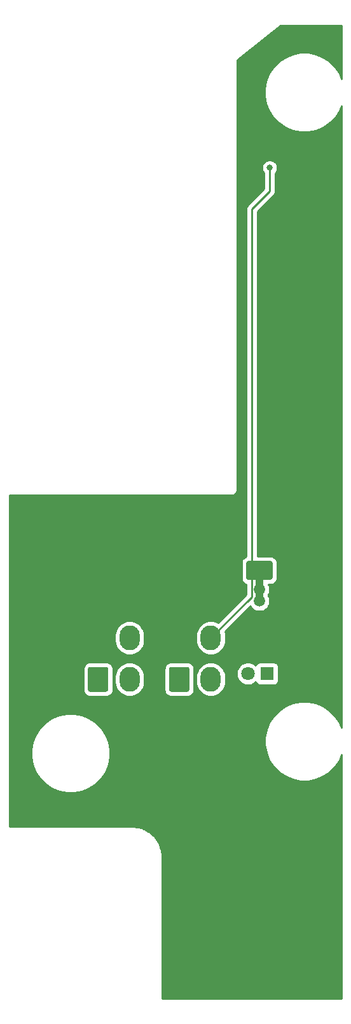
<source format=gbr>
%TF.GenerationSoftware,KiCad,Pcbnew,(5.1.10)-1*%
%TF.CreationDate,2021-11-16T18:42:01+11:00*%
%TF.ProjectId,GEN TIE PCB V2,47454e20-5449-4452-9050-43422056322e,rev?*%
%TF.SameCoordinates,Original*%
%TF.FileFunction,Copper,L2,Bot*%
%TF.FilePolarity,Positive*%
%FSLAX46Y46*%
G04 Gerber Fmt 4.6, Leading zero omitted, Abs format (unit mm)*
G04 Created by KiCad (PCBNEW (5.1.10)-1) date 2021-11-16 18:42:01*
%MOMM*%
%LPD*%
G01*
G04 APERTURE LIST*
%TA.AperFunction,ComponentPad*%
%ADD10O,2.700000X3.300000*%
%TD*%
%TA.AperFunction,ComponentPad*%
%ADD11C,1.800000*%
%TD*%
%TA.AperFunction,ComponentPad*%
%ADD12R,1.800000X1.800000*%
%TD*%
%TA.AperFunction,ViaPad*%
%ADD13C,1.500000*%
%TD*%
%TA.AperFunction,ViaPad*%
%ADD14C,0.800000*%
%TD*%
%TA.AperFunction,Conductor*%
%ADD15C,1.000000*%
%TD*%
%TA.AperFunction,Conductor*%
%ADD16C,0.250000*%
%TD*%
%TA.AperFunction,Conductor*%
%ADD17C,0.254000*%
%TD*%
%TA.AperFunction,Conductor*%
%ADD18C,0.100000*%
%TD*%
G04 APERTURE END LIST*
D10*
%TO.P,J1,4*%
%TO.N,/DATAIN*%
X144662000Y-111848000D03*
%TO.P,J1,3*%
%TO.N,/LEDGND*%
X140462000Y-111848000D03*
%TO.P,J1,2*%
%TO.N,/LED+5V*%
X144662000Y-117348000D03*
%TO.P,J1,1*%
%TA.AperFunction,ComponentPad*%
G36*
G01*
X139112000Y-118746900D02*
X139112000Y-115949100D01*
G75*
G02*
X139363100Y-115698000I251100J0D01*
G01*
X141560900Y-115698000D01*
G75*
G02*
X141812000Y-115949100I0J-251100D01*
G01*
X141812000Y-118746900D01*
G75*
G02*
X141560900Y-118998000I-251100J0D01*
G01*
X139363100Y-118998000D01*
G75*
G02*
X139112000Y-118746900I0J251100D01*
G01*
G37*
%TD.AperFunction*%
%TD*%
%TO.P,J2,4*%
%TO.N,/DATAOUT*%
X133858000Y-111848000D03*
%TO.P,J2,3*%
%TO.N,/LEDGND*%
X129658000Y-111848000D03*
%TO.P,J2,2*%
%TO.N,/LED+5V*%
X133858000Y-117348000D03*
%TO.P,J2,1*%
%TA.AperFunction,ComponentPad*%
G36*
G01*
X128308000Y-118746900D02*
X128308000Y-115949100D01*
G75*
G02*
X128559100Y-115698000I251100J0D01*
G01*
X130756900Y-115698000D01*
G75*
G02*
X131008000Y-115949100I0J-251100D01*
G01*
X131008000Y-118746900D01*
G75*
G02*
X130756900Y-118998000I-251100J0D01*
G01*
X128559100Y-118998000D01*
G75*
G02*
X128308000Y-118746900I0J251100D01*
G01*
G37*
%TD.AperFunction*%
%TD*%
%TO.P,C10,2*%
%TO.N,/LEDGND*%
%TA.AperFunction,SMDPad,CuDef*%
G36*
G01*
X146380000Y-101870000D02*
X146380000Y-103870000D01*
G75*
G02*
X146130000Y-104120000I-250000J0D01*
G01*
X143130000Y-104120000D01*
G75*
G02*
X142880000Y-103870000I0J250000D01*
G01*
X142880000Y-101870000D01*
G75*
G02*
X143130000Y-101620000I250000J0D01*
G01*
X146130000Y-101620000D01*
G75*
G02*
X146380000Y-101870000I0J-250000D01*
G01*
G37*
%TD.AperFunction*%
%TO.P,C10,1*%
%TO.N,/LED+5V*%
%TA.AperFunction,SMDPad,CuDef*%
G36*
G01*
X152880000Y-101870000D02*
X152880000Y-103870000D01*
G75*
G02*
X152630000Y-104120000I-250000J0D01*
G01*
X149630000Y-104120000D01*
G75*
G02*
X149380000Y-103870000I0J250000D01*
G01*
X149380000Y-101870000D01*
G75*
G02*
X149630000Y-101620000I250000J0D01*
G01*
X152630000Y-101620000D01*
G75*
G02*
X152880000Y-101870000I0J-250000D01*
G01*
G37*
%TD.AperFunction*%
%TD*%
D11*
%TO.P,D10,2*%
%TO.N,/LED+5V*%
X149606000Y-116586000D03*
D12*
%TO.P,D10,1*%
%TO.N,Net-(D10-Pad1)*%
X152146000Y-116586000D03*
%TD*%
D13*
%TO.N,/LEDGND*%
X161162000Y-55752000D03*
X154178000Y-55880000D03*
X161303000Y-97777000D03*
X154432000Y-97790000D03*
X133350000Y-102362000D03*
X144526000Y-106426000D03*
X141732000Y-102616000D03*
X155702000Y-114808000D03*
%TO.N,/LED+5V*%
X151130000Y-105410000D03*
X151130000Y-106934000D03*
D14*
%TO.N,/DATAIN*%
X152498000Y-49374000D03*
%TD*%
D15*
%TO.N,/LED+5V*%
X151130000Y-102870000D02*
X151130000Y-105410000D01*
X151130000Y-105410000D02*
X151130000Y-106934000D01*
X151130000Y-106934000D02*
X151130000Y-106934000D01*
D16*
%TO.N,/DATAIN*%
X150114000Y-106396000D02*
X144662000Y-111848000D01*
X150114000Y-54864000D02*
X150114000Y-106396000D01*
X152498000Y-52480000D02*
X152400000Y-52578000D01*
X152498000Y-49374000D02*
X152498000Y-52480000D01*
X152400000Y-52578000D02*
X150114000Y-54864000D01*
%TD*%
D17*
%TO.N,/LEDGND*%
X162086264Y-37587612D02*
X161778417Y-36844403D01*
X161200913Y-35980109D01*
X160465891Y-35245087D01*
X159601597Y-34667583D01*
X158641244Y-34269792D01*
X157621739Y-34067000D01*
X156582261Y-34067000D01*
X155562756Y-34269792D01*
X154602403Y-34667583D01*
X153738109Y-35245087D01*
X153003087Y-35980109D01*
X152425583Y-36844403D01*
X152027792Y-37804756D01*
X151825000Y-38824261D01*
X151825000Y-39863739D01*
X152027792Y-40883244D01*
X152425583Y-41843597D01*
X153003087Y-42707891D01*
X153738109Y-43442913D01*
X154602403Y-44020417D01*
X155562756Y-44418208D01*
X156582261Y-44621000D01*
X157621739Y-44621000D01*
X158641244Y-44418208D01*
X159601597Y-44020417D01*
X160465891Y-43442913D01*
X161200913Y-42707891D01*
X161778417Y-41843597D01*
X162086264Y-41100388D01*
X162086263Y-123793468D01*
X161788417Y-123074403D01*
X161210913Y-122210109D01*
X160475891Y-121475087D01*
X159611597Y-120897583D01*
X158651244Y-120499792D01*
X157631739Y-120297000D01*
X156592261Y-120297000D01*
X155572756Y-120499792D01*
X154612403Y-120897583D01*
X153748109Y-121475087D01*
X153013087Y-122210109D01*
X152435583Y-123074403D01*
X152037792Y-124034756D01*
X151835000Y-125054261D01*
X151835000Y-126093739D01*
X152037792Y-127113244D01*
X152435583Y-128073597D01*
X153013087Y-128937891D01*
X153748109Y-129672913D01*
X154612403Y-130250417D01*
X155572756Y-130648208D01*
X156592261Y-130851000D01*
X157631739Y-130851000D01*
X158651244Y-130648208D01*
X159611597Y-130250417D01*
X160475891Y-129672913D01*
X161210913Y-128937891D01*
X161788417Y-128073597D01*
X162086263Y-127354532D01*
X162086263Y-159776932D01*
X138156263Y-159776932D01*
X138156263Y-140790827D01*
X138153023Y-140757929D01*
X138153161Y-140738150D01*
X138152160Y-140727937D01*
X138087387Y-140111681D01*
X138073995Y-140046440D01*
X138061510Y-139980991D01*
X138058544Y-139971166D01*
X137875309Y-139379226D01*
X137849492Y-139317808D01*
X137824538Y-139256046D01*
X137819720Y-139246985D01*
X137524998Y-138701910D01*
X137487713Y-138646632D01*
X137451270Y-138590942D01*
X137444785Y-138582989D01*
X137049805Y-138105539D01*
X137002530Y-138058594D01*
X136955925Y-138011002D01*
X136948018Y-138004461D01*
X136467822Y-137612823D01*
X136412332Y-137575956D01*
X136357370Y-137538322D01*
X136348343Y-137533441D01*
X135801223Y-137242532D01*
X135739617Y-137217139D01*
X135678403Y-137190903D01*
X135668603Y-137187869D01*
X135668597Y-137187867D01*
X135075396Y-137008769D01*
X135010006Y-136995822D01*
X134944886Y-136981980D01*
X134934682Y-136980907D01*
X134934680Y-136980907D01*
X134317986Y-136920440D01*
X134282368Y-136916932D01*
X117836263Y-136916932D01*
X117836263Y-126644261D01*
X120715000Y-126644261D01*
X120715000Y-127683739D01*
X120917792Y-128703244D01*
X121315583Y-129663597D01*
X121893087Y-130527891D01*
X122628109Y-131262913D01*
X123492403Y-131840417D01*
X124452756Y-132238208D01*
X125472261Y-132441000D01*
X126511739Y-132441000D01*
X127531244Y-132238208D01*
X128491597Y-131840417D01*
X129355891Y-131262913D01*
X130090913Y-130527891D01*
X130668417Y-129663597D01*
X131066208Y-128703244D01*
X131269000Y-127683739D01*
X131269000Y-126644261D01*
X131066208Y-125624756D01*
X130668417Y-124664403D01*
X130090913Y-123800109D01*
X129355891Y-123065087D01*
X128491597Y-122487583D01*
X127531244Y-122089792D01*
X126511739Y-121887000D01*
X125472261Y-121887000D01*
X124452756Y-122089792D01*
X123492403Y-122487583D01*
X122628109Y-123065087D01*
X121893087Y-123800109D01*
X121315583Y-124664403D01*
X120917792Y-125624756D01*
X120715000Y-126644261D01*
X117836263Y-126644261D01*
X117836263Y-115949100D01*
X127669928Y-115949100D01*
X127669928Y-118746900D01*
X127687013Y-118920369D01*
X127737612Y-119087171D01*
X127819781Y-119240897D01*
X127930360Y-119375640D01*
X128065103Y-119486219D01*
X128218829Y-119568388D01*
X128385631Y-119618987D01*
X128559100Y-119636072D01*
X130756900Y-119636072D01*
X130930369Y-119618987D01*
X131097171Y-119568388D01*
X131250897Y-119486219D01*
X131385640Y-119375640D01*
X131496219Y-119240897D01*
X131578388Y-119087171D01*
X131628987Y-118920369D01*
X131646072Y-118746900D01*
X131646072Y-116950491D01*
X131873000Y-116950491D01*
X131873000Y-117745510D01*
X131901722Y-118037128D01*
X132015226Y-118411302D01*
X132199547Y-118756143D01*
X132447603Y-119058398D01*
X132749858Y-119306453D01*
X133094699Y-119490774D01*
X133468873Y-119604278D01*
X133858000Y-119642604D01*
X134247128Y-119604278D01*
X134621302Y-119490774D01*
X134966143Y-119306453D01*
X135268398Y-119058398D01*
X135516453Y-118756143D01*
X135700774Y-118411302D01*
X135814278Y-118037127D01*
X135843000Y-117745509D01*
X135843000Y-116950490D01*
X135814278Y-116658872D01*
X135700774Y-116284698D01*
X135521394Y-115949100D01*
X138473928Y-115949100D01*
X138473928Y-118746900D01*
X138491013Y-118920369D01*
X138541612Y-119087171D01*
X138623781Y-119240897D01*
X138734360Y-119375640D01*
X138869103Y-119486219D01*
X139022829Y-119568388D01*
X139189631Y-119618987D01*
X139363100Y-119636072D01*
X141560900Y-119636072D01*
X141734369Y-119618987D01*
X141901171Y-119568388D01*
X142054897Y-119486219D01*
X142189640Y-119375640D01*
X142300219Y-119240897D01*
X142382388Y-119087171D01*
X142432987Y-118920369D01*
X142450072Y-118746900D01*
X142450072Y-116950491D01*
X142677000Y-116950491D01*
X142677000Y-117745510D01*
X142705722Y-118037128D01*
X142819226Y-118411302D01*
X143003547Y-118756143D01*
X143251603Y-119058398D01*
X143553858Y-119306453D01*
X143898699Y-119490774D01*
X144272873Y-119604278D01*
X144662000Y-119642604D01*
X145051128Y-119604278D01*
X145425302Y-119490774D01*
X145770143Y-119306453D01*
X146072398Y-119058398D01*
X146320453Y-118756143D01*
X146504774Y-118411302D01*
X146618278Y-118037127D01*
X146647000Y-117745509D01*
X146647000Y-116950490D01*
X146618278Y-116658872D01*
X146550312Y-116434816D01*
X148071000Y-116434816D01*
X148071000Y-116737184D01*
X148129989Y-117033743D01*
X148245701Y-117313095D01*
X148413688Y-117564505D01*
X148627495Y-117778312D01*
X148878905Y-117946299D01*
X149158257Y-118062011D01*
X149454816Y-118121000D01*
X149757184Y-118121000D01*
X150053743Y-118062011D01*
X150333095Y-117946299D01*
X150584505Y-117778312D01*
X150650944Y-117711873D01*
X150656498Y-117730180D01*
X150715463Y-117840494D01*
X150794815Y-117937185D01*
X150891506Y-118016537D01*
X151001820Y-118075502D01*
X151121518Y-118111812D01*
X151246000Y-118124072D01*
X153046000Y-118124072D01*
X153170482Y-118111812D01*
X153290180Y-118075502D01*
X153400494Y-118016537D01*
X153497185Y-117937185D01*
X153576537Y-117840494D01*
X153635502Y-117730180D01*
X153671812Y-117610482D01*
X153684072Y-117486000D01*
X153684072Y-115686000D01*
X153671812Y-115561518D01*
X153635502Y-115441820D01*
X153576537Y-115331506D01*
X153497185Y-115234815D01*
X153400494Y-115155463D01*
X153290180Y-115096498D01*
X153170482Y-115060188D01*
X153046000Y-115047928D01*
X151246000Y-115047928D01*
X151121518Y-115060188D01*
X151001820Y-115096498D01*
X150891506Y-115155463D01*
X150794815Y-115234815D01*
X150715463Y-115331506D01*
X150656498Y-115441820D01*
X150650944Y-115460127D01*
X150584505Y-115393688D01*
X150333095Y-115225701D01*
X150053743Y-115109989D01*
X149757184Y-115051000D01*
X149454816Y-115051000D01*
X149158257Y-115109989D01*
X148878905Y-115225701D01*
X148627495Y-115393688D01*
X148413688Y-115607495D01*
X148245701Y-115858905D01*
X148129989Y-116138257D01*
X148071000Y-116434816D01*
X146550312Y-116434816D01*
X146504774Y-116284698D01*
X146320453Y-115939857D01*
X146072398Y-115637602D01*
X145770143Y-115389547D01*
X145425301Y-115205226D01*
X145051127Y-115091722D01*
X144662000Y-115053396D01*
X144272872Y-115091722D01*
X143898698Y-115205226D01*
X143553857Y-115389547D01*
X143251602Y-115637602D01*
X143003547Y-115939857D01*
X142819226Y-116284699D01*
X142705722Y-116658873D01*
X142677000Y-116950491D01*
X142450072Y-116950491D01*
X142450072Y-115949100D01*
X142432987Y-115775631D01*
X142382388Y-115608829D01*
X142300219Y-115455103D01*
X142189640Y-115320360D01*
X142054897Y-115209781D01*
X141901171Y-115127612D01*
X141734369Y-115077013D01*
X141560900Y-115059928D01*
X139363100Y-115059928D01*
X139189631Y-115077013D01*
X139022829Y-115127612D01*
X138869103Y-115209781D01*
X138734360Y-115320360D01*
X138623781Y-115455103D01*
X138541612Y-115608829D01*
X138491013Y-115775631D01*
X138473928Y-115949100D01*
X135521394Y-115949100D01*
X135516453Y-115939857D01*
X135268398Y-115637602D01*
X134966143Y-115389547D01*
X134621301Y-115205226D01*
X134247127Y-115091722D01*
X133858000Y-115053396D01*
X133468872Y-115091722D01*
X133094698Y-115205226D01*
X132749857Y-115389547D01*
X132447602Y-115637602D01*
X132199547Y-115939857D01*
X132015226Y-116284699D01*
X131901722Y-116658873D01*
X131873000Y-116950491D01*
X131646072Y-116950491D01*
X131646072Y-115949100D01*
X131628987Y-115775631D01*
X131578388Y-115608829D01*
X131496219Y-115455103D01*
X131385640Y-115320360D01*
X131250897Y-115209781D01*
X131097171Y-115127612D01*
X130930369Y-115077013D01*
X130756900Y-115059928D01*
X128559100Y-115059928D01*
X128385631Y-115077013D01*
X128218829Y-115127612D01*
X128065103Y-115209781D01*
X127930360Y-115320360D01*
X127819781Y-115455103D01*
X127737612Y-115608829D01*
X127687013Y-115775631D01*
X127669928Y-115949100D01*
X117836263Y-115949100D01*
X117836263Y-111450491D01*
X131873000Y-111450491D01*
X131873000Y-112245510D01*
X131901722Y-112537128D01*
X132015226Y-112911302D01*
X132199547Y-113256143D01*
X132447603Y-113558398D01*
X132749858Y-113806453D01*
X133094699Y-113990774D01*
X133468873Y-114104278D01*
X133858000Y-114142604D01*
X134247128Y-114104278D01*
X134621302Y-113990774D01*
X134966143Y-113806453D01*
X135268398Y-113558398D01*
X135516453Y-113256143D01*
X135700774Y-112911302D01*
X135814278Y-112537127D01*
X135843000Y-112245509D01*
X135843000Y-111450491D01*
X142677000Y-111450491D01*
X142677000Y-112245510D01*
X142705722Y-112537128D01*
X142819226Y-112911302D01*
X143003547Y-113256143D01*
X143251603Y-113558398D01*
X143553858Y-113806453D01*
X143898699Y-113990774D01*
X144272873Y-114104278D01*
X144662000Y-114142604D01*
X145051128Y-114104278D01*
X145425302Y-113990774D01*
X145770143Y-113806453D01*
X146072398Y-113558398D01*
X146320453Y-113256143D01*
X146504774Y-112911302D01*
X146618278Y-112537127D01*
X146647000Y-112245509D01*
X146647000Y-111450490D01*
X146618278Y-111158872D01*
X146573510Y-111011291D01*
X149939531Y-107645271D01*
X150054201Y-107816886D01*
X150247114Y-108009799D01*
X150473957Y-108161371D01*
X150726011Y-108265775D01*
X150993589Y-108319000D01*
X151266411Y-108319000D01*
X151533989Y-108265775D01*
X151786043Y-108161371D01*
X152012886Y-108009799D01*
X152205799Y-107816886D01*
X152357371Y-107590043D01*
X152461775Y-107337989D01*
X152515000Y-107070411D01*
X152515000Y-106797589D01*
X152461775Y-106530011D01*
X152357371Y-106277957D01*
X152286573Y-106172000D01*
X152357371Y-106066043D01*
X152461775Y-105813989D01*
X152515000Y-105546411D01*
X152515000Y-105273589D01*
X152461775Y-105006011D01*
X152359075Y-104758072D01*
X152630000Y-104758072D01*
X152803254Y-104741008D01*
X152969850Y-104690472D01*
X153123386Y-104608405D01*
X153257962Y-104497962D01*
X153368405Y-104363386D01*
X153450472Y-104209850D01*
X153501008Y-104043254D01*
X153518072Y-103870000D01*
X153518072Y-101870000D01*
X153501008Y-101696746D01*
X153450472Y-101530150D01*
X153368405Y-101376614D01*
X153257962Y-101242038D01*
X153123386Y-101131595D01*
X152969850Y-101049528D01*
X152803254Y-100998992D01*
X152630000Y-100981928D01*
X150874000Y-100981928D01*
X150874000Y-55178801D01*
X152963799Y-53089003D01*
X152963804Y-53088997D01*
X153008997Y-53043804D01*
X153038001Y-53020001D01*
X153132974Y-52904276D01*
X153203546Y-52772247D01*
X153247003Y-52628986D01*
X153258000Y-52517333D01*
X153258000Y-52517322D01*
X153261676Y-52480000D01*
X153258000Y-52442677D01*
X153258000Y-50077711D01*
X153301937Y-50033774D01*
X153415205Y-49864256D01*
X153493226Y-49675898D01*
X153533000Y-49475939D01*
X153533000Y-49272061D01*
X153493226Y-49072102D01*
X153415205Y-48883744D01*
X153301937Y-48714226D01*
X153157774Y-48570063D01*
X152988256Y-48456795D01*
X152799898Y-48378774D01*
X152599939Y-48339000D01*
X152396061Y-48339000D01*
X152196102Y-48378774D01*
X152007744Y-48456795D01*
X151838226Y-48570063D01*
X151694063Y-48714226D01*
X151580795Y-48883744D01*
X151502774Y-49072102D01*
X151463000Y-49272061D01*
X151463000Y-49475939D01*
X151502774Y-49675898D01*
X151580795Y-49864256D01*
X151694063Y-50033774D01*
X151738000Y-50077711D01*
X151738001Y-52165197D01*
X149603003Y-54300196D01*
X149573999Y-54323999D01*
X149518871Y-54391174D01*
X149479026Y-54439724D01*
X149408455Y-54571753D01*
X149408454Y-54571754D01*
X149364997Y-54715015D01*
X149354000Y-54826668D01*
X149354000Y-54826678D01*
X149350324Y-54864000D01*
X149354000Y-54901322D01*
X149354001Y-101030159D01*
X149290150Y-101049528D01*
X149136614Y-101131595D01*
X149002038Y-101242038D01*
X148891595Y-101376614D01*
X148809528Y-101530150D01*
X148758992Y-101696746D01*
X148741928Y-101870000D01*
X148741928Y-103870000D01*
X148758992Y-104043254D01*
X148809528Y-104209850D01*
X148891595Y-104363386D01*
X149002038Y-104497962D01*
X149136614Y-104608405D01*
X149290150Y-104690472D01*
X149354001Y-104709841D01*
X149354001Y-106081197D01*
X145623848Y-109811351D01*
X145425301Y-109705226D01*
X145051127Y-109591722D01*
X144662000Y-109553396D01*
X144272872Y-109591722D01*
X143898698Y-109705226D01*
X143553857Y-109889547D01*
X143251602Y-110137602D01*
X143003547Y-110439857D01*
X142819226Y-110784699D01*
X142705722Y-111158873D01*
X142677000Y-111450491D01*
X135843000Y-111450491D01*
X135843000Y-111450490D01*
X135814278Y-111158872D01*
X135700774Y-110784698D01*
X135516453Y-110439857D01*
X135268398Y-110137602D01*
X134966143Y-109889547D01*
X134621301Y-109705226D01*
X134247127Y-109591722D01*
X133858000Y-109553396D01*
X133468872Y-109591722D01*
X133094698Y-109705226D01*
X132749857Y-109889547D01*
X132447602Y-110137602D01*
X132199547Y-110439857D01*
X132015226Y-110784699D01*
X131901722Y-111158873D01*
X131873000Y-111450491D01*
X117836263Y-111450491D01*
X117836263Y-92903757D01*
X147393019Y-92903757D01*
X147429124Y-92907313D01*
X147465229Y-92903757D01*
X147573209Y-92893122D01*
X147711757Y-92851094D01*
X147839444Y-92782844D01*
X147951362Y-92690995D01*
X148043211Y-92579077D01*
X148111461Y-92451390D01*
X148153489Y-92312842D01*
X148167680Y-92168757D01*
X148164124Y-92132652D01*
X148164124Y-35045407D01*
X153934737Y-30436932D01*
X162086264Y-30436932D01*
X162086264Y-37587612D01*
%TA.AperFunction,Conductor*%
D18*
G36*
X162086264Y-37587612D02*
G01*
X161778417Y-36844403D01*
X161200913Y-35980109D01*
X160465891Y-35245087D01*
X159601597Y-34667583D01*
X158641244Y-34269792D01*
X157621739Y-34067000D01*
X156582261Y-34067000D01*
X155562756Y-34269792D01*
X154602403Y-34667583D01*
X153738109Y-35245087D01*
X153003087Y-35980109D01*
X152425583Y-36844403D01*
X152027792Y-37804756D01*
X151825000Y-38824261D01*
X151825000Y-39863739D01*
X152027792Y-40883244D01*
X152425583Y-41843597D01*
X153003087Y-42707891D01*
X153738109Y-43442913D01*
X154602403Y-44020417D01*
X155562756Y-44418208D01*
X156582261Y-44621000D01*
X157621739Y-44621000D01*
X158641244Y-44418208D01*
X159601597Y-44020417D01*
X160465891Y-43442913D01*
X161200913Y-42707891D01*
X161778417Y-41843597D01*
X162086264Y-41100388D01*
X162086263Y-123793468D01*
X161788417Y-123074403D01*
X161210913Y-122210109D01*
X160475891Y-121475087D01*
X159611597Y-120897583D01*
X158651244Y-120499792D01*
X157631739Y-120297000D01*
X156592261Y-120297000D01*
X155572756Y-120499792D01*
X154612403Y-120897583D01*
X153748109Y-121475087D01*
X153013087Y-122210109D01*
X152435583Y-123074403D01*
X152037792Y-124034756D01*
X151835000Y-125054261D01*
X151835000Y-126093739D01*
X152037792Y-127113244D01*
X152435583Y-128073597D01*
X153013087Y-128937891D01*
X153748109Y-129672913D01*
X154612403Y-130250417D01*
X155572756Y-130648208D01*
X156592261Y-130851000D01*
X157631739Y-130851000D01*
X158651244Y-130648208D01*
X159611597Y-130250417D01*
X160475891Y-129672913D01*
X161210913Y-128937891D01*
X161788417Y-128073597D01*
X162086263Y-127354532D01*
X162086263Y-159776932D01*
X138156263Y-159776932D01*
X138156263Y-140790827D01*
X138153023Y-140757929D01*
X138153161Y-140738150D01*
X138152160Y-140727937D01*
X138087387Y-140111681D01*
X138073995Y-140046440D01*
X138061510Y-139980991D01*
X138058544Y-139971166D01*
X137875309Y-139379226D01*
X137849492Y-139317808D01*
X137824538Y-139256046D01*
X137819720Y-139246985D01*
X137524998Y-138701910D01*
X137487713Y-138646632D01*
X137451270Y-138590942D01*
X137444785Y-138582989D01*
X137049805Y-138105539D01*
X137002530Y-138058594D01*
X136955925Y-138011002D01*
X136948018Y-138004461D01*
X136467822Y-137612823D01*
X136412332Y-137575956D01*
X136357370Y-137538322D01*
X136348343Y-137533441D01*
X135801223Y-137242532D01*
X135739617Y-137217139D01*
X135678403Y-137190903D01*
X135668603Y-137187869D01*
X135668597Y-137187867D01*
X135075396Y-137008769D01*
X135010006Y-136995822D01*
X134944886Y-136981980D01*
X134934682Y-136980907D01*
X134934680Y-136980907D01*
X134317986Y-136920440D01*
X134282368Y-136916932D01*
X117836263Y-136916932D01*
X117836263Y-126644261D01*
X120715000Y-126644261D01*
X120715000Y-127683739D01*
X120917792Y-128703244D01*
X121315583Y-129663597D01*
X121893087Y-130527891D01*
X122628109Y-131262913D01*
X123492403Y-131840417D01*
X124452756Y-132238208D01*
X125472261Y-132441000D01*
X126511739Y-132441000D01*
X127531244Y-132238208D01*
X128491597Y-131840417D01*
X129355891Y-131262913D01*
X130090913Y-130527891D01*
X130668417Y-129663597D01*
X131066208Y-128703244D01*
X131269000Y-127683739D01*
X131269000Y-126644261D01*
X131066208Y-125624756D01*
X130668417Y-124664403D01*
X130090913Y-123800109D01*
X129355891Y-123065087D01*
X128491597Y-122487583D01*
X127531244Y-122089792D01*
X126511739Y-121887000D01*
X125472261Y-121887000D01*
X124452756Y-122089792D01*
X123492403Y-122487583D01*
X122628109Y-123065087D01*
X121893087Y-123800109D01*
X121315583Y-124664403D01*
X120917792Y-125624756D01*
X120715000Y-126644261D01*
X117836263Y-126644261D01*
X117836263Y-115949100D01*
X127669928Y-115949100D01*
X127669928Y-118746900D01*
X127687013Y-118920369D01*
X127737612Y-119087171D01*
X127819781Y-119240897D01*
X127930360Y-119375640D01*
X128065103Y-119486219D01*
X128218829Y-119568388D01*
X128385631Y-119618987D01*
X128559100Y-119636072D01*
X130756900Y-119636072D01*
X130930369Y-119618987D01*
X131097171Y-119568388D01*
X131250897Y-119486219D01*
X131385640Y-119375640D01*
X131496219Y-119240897D01*
X131578388Y-119087171D01*
X131628987Y-118920369D01*
X131646072Y-118746900D01*
X131646072Y-116950491D01*
X131873000Y-116950491D01*
X131873000Y-117745510D01*
X131901722Y-118037128D01*
X132015226Y-118411302D01*
X132199547Y-118756143D01*
X132447603Y-119058398D01*
X132749858Y-119306453D01*
X133094699Y-119490774D01*
X133468873Y-119604278D01*
X133858000Y-119642604D01*
X134247128Y-119604278D01*
X134621302Y-119490774D01*
X134966143Y-119306453D01*
X135268398Y-119058398D01*
X135516453Y-118756143D01*
X135700774Y-118411302D01*
X135814278Y-118037127D01*
X135843000Y-117745509D01*
X135843000Y-116950490D01*
X135814278Y-116658872D01*
X135700774Y-116284698D01*
X135521394Y-115949100D01*
X138473928Y-115949100D01*
X138473928Y-118746900D01*
X138491013Y-118920369D01*
X138541612Y-119087171D01*
X138623781Y-119240897D01*
X138734360Y-119375640D01*
X138869103Y-119486219D01*
X139022829Y-119568388D01*
X139189631Y-119618987D01*
X139363100Y-119636072D01*
X141560900Y-119636072D01*
X141734369Y-119618987D01*
X141901171Y-119568388D01*
X142054897Y-119486219D01*
X142189640Y-119375640D01*
X142300219Y-119240897D01*
X142382388Y-119087171D01*
X142432987Y-118920369D01*
X142450072Y-118746900D01*
X142450072Y-116950491D01*
X142677000Y-116950491D01*
X142677000Y-117745510D01*
X142705722Y-118037128D01*
X142819226Y-118411302D01*
X143003547Y-118756143D01*
X143251603Y-119058398D01*
X143553858Y-119306453D01*
X143898699Y-119490774D01*
X144272873Y-119604278D01*
X144662000Y-119642604D01*
X145051128Y-119604278D01*
X145425302Y-119490774D01*
X145770143Y-119306453D01*
X146072398Y-119058398D01*
X146320453Y-118756143D01*
X146504774Y-118411302D01*
X146618278Y-118037127D01*
X146647000Y-117745509D01*
X146647000Y-116950490D01*
X146618278Y-116658872D01*
X146550312Y-116434816D01*
X148071000Y-116434816D01*
X148071000Y-116737184D01*
X148129989Y-117033743D01*
X148245701Y-117313095D01*
X148413688Y-117564505D01*
X148627495Y-117778312D01*
X148878905Y-117946299D01*
X149158257Y-118062011D01*
X149454816Y-118121000D01*
X149757184Y-118121000D01*
X150053743Y-118062011D01*
X150333095Y-117946299D01*
X150584505Y-117778312D01*
X150650944Y-117711873D01*
X150656498Y-117730180D01*
X150715463Y-117840494D01*
X150794815Y-117937185D01*
X150891506Y-118016537D01*
X151001820Y-118075502D01*
X151121518Y-118111812D01*
X151246000Y-118124072D01*
X153046000Y-118124072D01*
X153170482Y-118111812D01*
X153290180Y-118075502D01*
X153400494Y-118016537D01*
X153497185Y-117937185D01*
X153576537Y-117840494D01*
X153635502Y-117730180D01*
X153671812Y-117610482D01*
X153684072Y-117486000D01*
X153684072Y-115686000D01*
X153671812Y-115561518D01*
X153635502Y-115441820D01*
X153576537Y-115331506D01*
X153497185Y-115234815D01*
X153400494Y-115155463D01*
X153290180Y-115096498D01*
X153170482Y-115060188D01*
X153046000Y-115047928D01*
X151246000Y-115047928D01*
X151121518Y-115060188D01*
X151001820Y-115096498D01*
X150891506Y-115155463D01*
X150794815Y-115234815D01*
X150715463Y-115331506D01*
X150656498Y-115441820D01*
X150650944Y-115460127D01*
X150584505Y-115393688D01*
X150333095Y-115225701D01*
X150053743Y-115109989D01*
X149757184Y-115051000D01*
X149454816Y-115051000D01*
X149158257Y-115109989D01*
X148878905Y-115225701D01*
X148627495Y-115393688D01*
X148413688Y-115607495D01*
X148245701Y-115858905D01*
X148129989Y-116138257D01*
X148071000Y-116434816D01*
X146550312Y-116434816D01*
X146504774Y-116284698D01*
X146320453Y-115939857D01*
X146072398Y-115637602D01*
X145770143Y-115389547D01*
X145425301Y-115205226D01*
X145051127Y-115091722D01*
X144662000Y-115053396D01*
X144272872Y-115091722D01*
X143898698Y-115205226D01*
X143553857Y-115389547D01*
X143251602Y-115637602D01*
X143003547Y-115939857D01*
X142819226Y-116284699D01*
X142705722Y-116658873D01*
X142677000Y-116950491D01*
X142450072Y-116950491D01*
X142450072Y-115949100D01*
X142432987Y-115775631D01*
X142382388Y-115608829D01*
X142300219Y-115455103D01*
X142189640Y-115320360D01*
X142054897Y-115209781D01*
X141901171Y-115127612D01*
X141734369Y-115077013D01*
X141560900Y-115059928D01*
X139363100Y-115059928D01*
X139189631Y-115077013D01*
X139022829Y-115127612D01*
X138869103Y-115209781D01*
X138734360Y-115320360D01*
X138623781Y-115455103D01*
X138541612Y-115608829D01*
X138491013Y-115775631D01*
X138473928Y-115949100D01*
X135521394Y-115949100D01*
X135516453Y-115939857D01*
X135268398Y-115637602D01*
X134966143Y-115389547D01*
X134621301Y-115205226D01*
X134247127Y-115091722D01*
X133858000Y-115053396D01*
X133468872Y-115091722D01*
X133094698Y-115205226D01*
X132749857Y-115389547D01*
X132447602Y-115637602D01*
X132199547Y-115939857D01*
X132015226Y-116284699D01*
X131901722Y-116658873D01*
X131873000Y-116950491D01*
X131646072Y-116950491D01*
X131646072Y-115949100D01*
X131628987Y-115775631D01*
X131578388Y-115608829D01*
X131496219Y-115455103D01*
X131385640Y-115320360D01*
X131250897Y-115209781D01*
X131097171Y-115127612D01*
X130930369Y-115077013D01*
X130756900Y-115059928D01*
X128559100Y-115059928D01*
X128385631Y-115077013D01*
X128218829Y-115127612D01*
X128065103Y-115209781D01*
X127930360Y-115320360D01*
X127819781Y-115455103D01*
X127737612Y-115608829D01*
X127687013Y-115775631D01*
X127669928Y-115949100D01*
X117836263Y-115949100D01*
X117836263Y-111450491D01*
X131873000Y-111450491D01*
X131873000Y-112245510D01*
X131901722Y-112537128D01*
X132015226Y-112911302D01*
X132199547Y-113256143D01*
X132447603Y-113558398D01*
X132749858Y-113806453D01*
X133094699Y-113990774D01*
X133468873Y-114104278D01*
X133858000Y-114142604D01*
X134247128Y-114104278D01*
X134621302Y-113990774D01*
X134966143Y-113806453D01*
X135268398Y-113558398D01*
X135516453Y-113256143D01*
X135700774Y-112911302D01*
X135814278Y-112537127D01*
X135843000Y-112245509D01*
X135843000Y-111450491D01*
X142677000Y-111450491D01*
X142677000Y-112245510D01*
X142705722Y-112537128D01*
X142819226Y-112911302D01*
X143003547Y-113256143D01*
X143251603Y-113558398D01*
X143553858Y-113806453D01*
X143898699Y-113990774D01*
X144272873Y-114104278D01*
X144662000Y-114142604D01*
X145051128Y-114104278D01*
X145425302Y-113990774D01*
X145770143Y-113806453D01*
X146072398Y-113558398D01*
X146320453Y-113256143D01*
X146504774Y-112911302D01*
X146618278Y-112537127D01*
X146647000Y-112245509D01*
X146647000Y-111450490D01*
X146618278Y-111158872D01*
X146573510Y-111011291D01*
X149939531Y-107645271D01*
X150054201Y-107816886D01*
X150247114Y-108009799D01*
X150473957Y-108161371D01*
X150726011Y-108265775D01*
X150993589Y-108319000D01*
X151266411Y-108319000D01*
X151533989Y-108265775D01*
X151786043Y-108161371D01*
X152012886Y-108009799D01*
X152205799Y-107816886D01*
X152357371Y-107590043D01*
X152461775Y-107337989D01*
X152515000Y-107070411D01*
X152515000Y-106797589D01*
X152461775Y-106530011D01*
X152357371Y-106277957D01*
X152286573Y-106172000D01*
X152357371Y-106066043D01*
X152461775Y-105813989D01*
X152515000Y-105546411D01*
X152515000Y-105273589D01*
X152461775Y-105006011D01*
X152359075Y-104758072D01*
X152630000Y-104758072D01*
X152803254Y-104741008D01*
X152969850Y-104690472D01*
X153123386Y-104608405D01*
X153257962Y-104497962D01*
X153368405Y-104363386D01*
X153450472Y-104209850D01*
X153501008Y-104043254D01*
X153518072Y-103870000D01*
X153518072Y-101870000D01*
X153501008Y-101696746D01*
X153450472Y-101530150D01*
X153368405Y-101376614D01*
X153257962Y-101242038D01*
X153123386Y-101131595D01*
X152969850Y-101049528D01*
X152803254Y-100998992D01*
X152630000Y-100981928D01*
X150874000Y-100981928D01*
X150874000Y-55178801D01*
X152963799Y-53089003D01*
X152963804Y-53088997D01*
X153008997Y-53043804D01*
X153038001Y-53020001D01*
X153132974Y-52904276D01*
X153203546Y-52772247D01*
X153247003Y-52628986D01*
X153258000Y-52517333D01*
X153258000Y-52517322D01*
X153261676Y-52480000D01*
X153258000Y-52442677D01*
X153258000Y-50077711D01*
X153301937Y-50033774D01*
X153415205Y-49864256D01*
X153493226Y-49675898D01*
X153533000Y-49475939D01*
X153533000Y-49272061D01*
X153493226Y-49072102D01*
X153415205Y-48883744D01*
X153301937Y-48714226D01*
X153157774Y-48570063D01*
X152988256Y-48456795D01*
X152799898Y-48378774D01*
X152599939Y-48339000D01*
X152396061Y-48339000D01*
X152196102Y-48378774D01*
X152007744Y-48456795D01*
X151838226Y-48570063D01*
X151694063Y-48714226D01*
X151580795Y-48883744D01*
X151502774Y-49072102D01*
X151463000Y-49272061D01*
X151463000Y-49475939D01*
X151502774Y-49675898D01*
X151580795Y-49864256D01*
X151694063Y-50033774D01*
X151738000Y-50077711D01*
X151738001Y-52165197D01*
X149603003Y-54300196D01*
X149573999Y-54323999D01*
X149518871Y-54391174D01*
X149479026Y-54439724D01*
X149408455Y-54571753D01*
X149408454Y-54571754D01*
X149364997Y-54715015D01*
X149354000Y-54826668D01*
X149354000Y-54826678D01*
X149350324Y-54864000D01*
X149354000Y-54901322D01*
X149354001Y-101030159D01*
X149290150Y-101049528D01*
X149136614Y-101131595D01*
X149002038Y-101242038D01*
X148891595Y-101376614D01*
X148809528Y-101530150D01*
X148758992Y-101696746D01*
X148741928Y-101870000D01*
X148741928Y-103870000D01*
X148758992Y-104043254D01*
X148809528Y-104209850D01*
X148891595Y-104363386D01*
X149002038Y-104497962D01*
X149136614Y-104608405D01*
X149290150Y-104690472D01*
X149354001Y-104709841D01*
X149354001Y-106081197D01*
X145623848Y-109811351D01*
X145425301Y-109705226D01*
X145051127Y-109591722D01*
X144662000Y-109553396D01*
X144272872Y-109591722D01*
X143898698Y-109705226D01*
X143553857Y-109889547D01*
X143251602Y-110137602D01*
X143003547Y-110439857D01*
X142819226Y-110784699D01*
X142705722Y-111158873D01*
X142677000Y-111450491D01*
X135843000Y-111450491D01*
X135843000Y-111450490D01*
X135814278Y-111158872D01*
X135700774Y-110784698D01*
X135516453Y-110439857D01*
X135268398Y-110137602D01*
X134966143Y-109889547D01*
X134621301Y-109705226D01*
X134247127Y-109591722D01*
X133858000Y-109553396D01*
X133468872Y-109591722D01*
X133094698Y-109705226D01*
X132749857Y-109889547D01*
X132447602Y-110137602D01*
X132199547Y-110439857D01*
X132015226Y-110784699D01*
X131901722Y-111158873D01*
X131873000Y-111450491D01*
X117836263Y-111450491D01*
X117836263Y-92903757D01*
X147393019Y-92903757D01*
X147429124Y-92907313D01*
X147465229Y-92903757D01*
X147573209Y-92893122D01*
X147711757Y-92851094D01*
X147839444Y-92782844D01*
X147951362Y-92690995D01*
X148043211Y-92579077D01*
X148111461Y-92451390D01*
X148153489Y-92312842D01*
X148167680Y-92168757D01*
X148164124Y-92132652D01*
X148164124Y-35045407D01*
X153934737Y-30436932D01*
X162086264Y-30436932D01*
X162086264Y-37587612D01*
G37*
%TD.AperFunction*%
%TD*%
M02*

</source>
